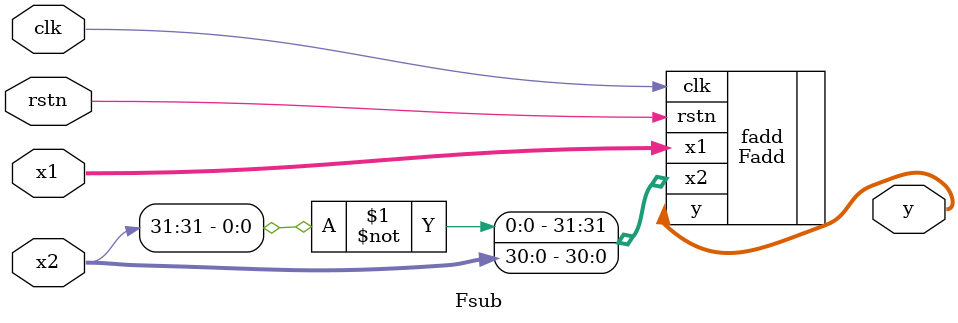
<source format=v>
`default_nettype none

module Fsub (input wire [31:0]  x1,
	input wire [31:0] x2,
	output wire [31:0] y,
	input wire clk,
	input wire rstn
);

    Fadd fadd(.x1 (x1), .x2 ({~x2[31],x2[30:0]}), .y (y), .clk(clk), .rstn(rstn));

endmodule

`default_nettype wire
</source>
